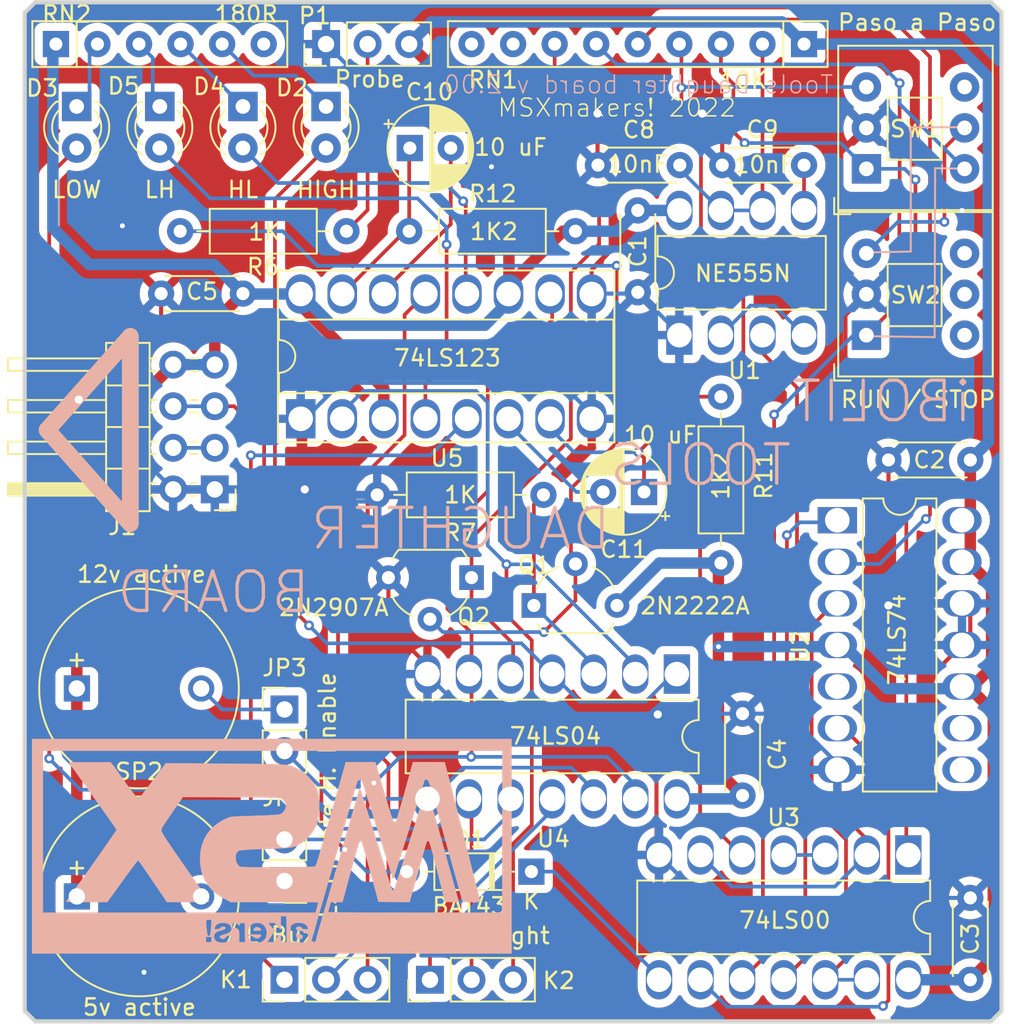
<source format=kicad_pcb>
(kicad_pcb (version 20221018) (generator pcbnew)
  (layers (0 "F.Cu" signal "Top") (31 "B.Cu" signal "Bottom") (34 "B.Paste" user) (35 "F.Paste" user) (36 "B.SilkS" user "B.Silkscreen") (37 "F.SilkS" user "F.Silkscreen") (38 "B.Mask" user) (39 "F.Mask" user) (44 "Edge.Cuts" user))
  (net 0 "")
  (net 1 "VCC")
  (net 2 "GND")
  (net 3 "Net-(RN1A-R1.2)")
  (net 4 "Net-(U1-CV)")
  (net 5 "Net-(U5A-RCext)")
  (net 6 "Net-(U5A-Cext)")
  (net 7 "Net-(U5B-RCext)")
  (net 8 "Net-(U5B-Cext)")
  (net 9 "/WAIT")
  (net 10 "Net-(D1-K)")
  (net 11 "Net-(D2-A)")
  (net 12 "Net-(D2-K)")
  (net 13 "Net-(D3-A)")
  (net 14 "Net-(D3-K)")
  (net 15 "/M1")
  (net 16 "Net-(JP2-Pad1)")
  (net 17 "Net-(JP2-Pad2)")
  (net 18 "Net-(JP3-Pad1)")
  (net 19 "Net-(JP3-Pad2)")
  (net 20 "Net-(D4-A)")
  (net 21 "Net-(D4-K)")
  (net 22 "Net-(D5-A)")
  (net 23 "Net-(D5-K)")
  (net 24 "Net-(K1-Pin_1)")
  (net 25 "Net-(K1-Pin_2)")
  (net 26 "Net-(K1-Pin_3)")
  (net 27 "Net-(K2-Pin_1)")
  (net 28 "Net-(K2-Pin_2)")
  (net 29 "Net-(K2-Pin_3)")
  (net 30 "Net-(P1-Pin_2)")
  (net 31 "Net-(Q1-E)")
  (net 32 "Net-(Q1-B)")
  (net 33 "Net-(Q2-E)")
  (net 34 "Net-(RN1B-R2.2)")
  (net 35 "Net-(RN1C-R3.2)")
  (net 36 "Net-(RN1D-R4.2)")
  (net 37 "/RUN")
  (net 40 "/~{M1}")
  (net 42 "/STEP_EN")
  (net 47 "Net-(U1-Q)")
  (net 48 "Net-(U3-Pad3)")
  (net 49 "Net-(U2A-~{R})")
  (net 50 "Net-(U2A-C)")
  (net 52 "Net-(U2A-~{Q})")
  (footprint "MSXmakers:DIP-14c_W7.62mm_LongPads" (layer "F.Cu") (at 101.4476 99.441 -90)
    (fp_text reference "U4")
    (fp_text value "74LS04")
  )
  (footprint "Capacitor_THT:C_Disc_D4.3mm_W1.9mm_P5.00mm" (layer "F.Cu") (at 119.38 86.36 180)
    (fp_text reference "C2")
    (fp_text value "100nF")
  )
  (footprint "Connector_PinHeader_2.54mm:PinHeader_1x03_P2.54mm_Vertical" (layer "F.Cu") (at 86.36 118.11 90)
    (fp_text reference "K2")
    (fp_text value "H Buz/Light")
  )
  (footprint "Button_Switch_THT:SW_Push_2P2T_Toggle_CK_PVA2OAH5xxxxxxV2" (layer "F.Cu") (at 113.03 68.58 90)
    (fp_text reference "SW1")
    (fp_text value "Paso a Paso")
  )
  (footprint "MSXmakers:DIP-14c_W7.62mm_LongPads" (layer "F.Cu") (at 115.5954 110.49 -90)
    (fp_text reference "U3")
    (fp_text value "74LS00")
  )
  (footprint "Connector_PinHeader_2.54mm:PinHeader_1x03_P2.54mm_Vertical" (layer "F.Cu") (at 80.01 60.96 90)
    (fp_text reference "P1")
    (fp_text value "Probe")
  )
  (footprint "LED_THT:LED_D3.0mm" (layer "F.Cu") (at 69.85 64.77 -90)
    (fp_text reference "D5")
    (fp_text value "LH")
  )
  (footprint "Connector_PinHeader_2.54mm:PinHeader_1x03_P2.54mm_Vertical" (layer "F.Cu") (at 77.47 118.11 90)
    (fp_text reference "K1")
    (fp_text value "L Buz/Light")
  )
  (footprint "Capacitor_THT:CP_Radial_D5.0mm_P2.50mm" (layer "F.Cu") (at 99.441 88.3158 180)
    (fp_text reference "C11")
    (fp_text value "10 uF")
  )
  (footprint "Capacitor_THT:C_Disc_D4.3mm_W1.9mm_P5.00mm" (layer "F.Cu") (at 101.6254 68.3514 180)
    (fp_text reference "C8")
    (fp_text value "10nF")
  )
  (footprint "Resistor_THT:R_Axial_DIN0207_L6.3mm_D2.5mm_P10.16mm_Horizontal" (layer "F.Cu") (at 104.14 92.6592 90)
    (fp_text reference "R11")
    (fp_text value "1K2")
  )
  (footprint "Capacitor_THT:C_Disc_D4.3mm_W1.9mm_P5.00mm" (layer "F.Cu") (at 119.38 118.11 90)
    (fp_text reference "C3")
    (fp_text value "100nF")
  )
  (footprint "Package_TO_SOT_THT:TO-92L_Wide" (layer "F.Cu") (at 88.9 93.5482 180)
    (fp_text reference "Q2")
    (fp_text value "2N2907A")
  )
  (footprint "Package_TO_SOT_THT:TO-92L_Wide" (layer "F.Cu") (at 92.71 95.25)
    (fp_text reference "Q1")
    (fp_text value "2N2222A")
  )
  (footprint "Resistor_THT:R_Axial_DIN0207_L6.3mm_D2.5mm_P10.16mm_Horizontal" (layer "F.Cu") (at 93.2942 88.4936 180)
    (fp_text reference "R7")
    (fp_text value "1K")
  )
  (footprint "Capacitor_THT:C_Disc_D4.3mm_W1.9mm_P5.00mm" (layer "F.Cu") (at 109.22 68.3514 180)
    (fp_text reference "C9")
    (fp_text value "10nF")
  )
  (footprint "Resistor_THT:R_Array_SIP9" (layer "F.Cu") (at 109.22 60.96 180)
    (fp_text reference "RN1")
    (fp_text value "10K")
  )
  (footprint "LED_THT:LED_D3.0mm" (layer "F.Cu") (at 74.93 64.77 -90)
    (fp_text reference "D4")
    (fp_text value "HL")
  )
  (footprint "Capacitor_THT:CP_Radial_D5.0mm_P2.50mm" (layer "F.Cu") (at 85.13 67.31)
    (fp_text reference "C10")
    (fp_text value "10 uF")
  )
  (footprint "Resistor_THT:R_Array_SIP6" (layer "F.Cu") (at 63.5 60.96)
    (fp_text reference "RN2")
    (fp_text value "180R")
  )
  (footprint "Buzzer_Beeper:MagneticBuzzer_ProSignal_ABI-009-RC" (layer "F.Cu") (at 64.78 100.32)
    (fp_text reference "SP2")
    (fp_text value "12v active")
  )
  (footprint "Capacitor_THT:C_Disc_D4.3mm_W1.9mm_P5.00mm" (layer "F.Cu") (at 105.4608 106.8578 90)
    (fp_text reference "C4")
    (fp_text value "100nF")
  )
  (footprint "Connector_PinHeader_2.54mm:PinHeader_1x02_P2.54mm_Vertical" (layer "F.Cu") (at 77.47 101.6)
    (fp_text reference "JP3")
    (fp_text value "H. Enable")
  )
  (footprint "MSXmakers:DIP-14c_W7.62mm_LongPads" (layer "F.Cu") (at 111.252 90.043)
    (fp_text reference "U2")
    (fp_text value "74LS74")
  )
  (footprint "Button_Switch_THT:SW_Push_2P2T_Toggle_CK_PVA2OAH5xxxxxxV2" (layer "F.Cu") (at 113.03 78.74 90)
    (fp_text reference "SW2")
    (fp_text value "RUN / STOP")
  )
  (footprint "MSXmakers:DIP-16c_W7.62mm_Socket_LongPads" (layer "F.Cu") (at 78.4606 83.8454 90)
    (fp_text reference "U5")
    (fp_text value "74LS123")
  )
  (footprint "Resistor_THT:R_Axial_DIN0207_L6.3mm_D2.5mm_P10.16mm_Horizontal" (layer "F.Cu") (at 71.0946 72.39)
    (fp_text reference "R6")
    (fp_text value "1K")
  )
  (footprint "MSXmakers:DIP-8c_W7.62mm_LongPads" (layer "F.Cu") (at 101.6 78.74 90)
    (fp_text reference "U1")
    (fp_text value "NE555N")
  )
  (footprint "Capacitor_THT:C_Disc_D4.3mm_W1.9mm_P5.00mm" (layer "F.Cu") (at 74.93 76.2 180)
    (fp_text reference "C5")
    (fp_text value "100nF")
  )
  (footprint "LED_THT:LED_D3.0mm" (layer "F.Cu") (at 80.01 64.77 -90)
    (fp_text reference "D2")
    (fp_text value "HIGH")
  )
  (footprint "Diode_THT:D_DO-35_SOD27_P7.62mm_Horizontal" (layer "F.Cu") (at 92.5576 111.506 180)
    (fp_text reference "D1")
    (fp_text value "BAT43")
  )
  (footprint "Resistor_THT:R_Axial_DIN0207_L6.3mm_D2.5mm_P10.16mm_Horizontal" (layer "F.Cu") (at 85.09 72.39)
    (fp_text reference "R12")
    (fp_text value "1K2")
  )
  (footprint "Capacitor_THT:C_Disc_D4.3mm_W1.9mm_P5.00mm" (layer "F.Cu") (at 99.06 71.12 -90)
    (fp_text reference "C1")
    (fp_text value "100nF")
  )
  (footprint "Connector_PinHeader_2.54mm:PinHeader_1x02_P2.54mm_Vertical" (layer "F.Cu") (at 77.47 112.08 180)
    (fp_text reference "JP2")
    (fp_text value "L. Enable")
  )
  (footprint "LED_THT:LED_D3.0mm" (layer "F.Cu") (at 64.77 64.77 -90)
    (fp_text reference "D3")
    (fp_text value "LOW")
  )
  (footprint "Connector_PinHeader_2.54mm:PinHeader_2x04_P2.54mm_Horizontal" (layer "F.Cu") (at 73.21 88.16 180)
    (fp_text reference "J1")
    (fp_text value "to MainBoard")
  )
  (footprint "Buzzer_Beeper:MagneticBuzzer_ProSignal_ABI-009-RC" (layer "F.Cu") (at 64.78 113.02)
    (fp_text reference "SP1")
    (fp_text value "5v active")
  )
  (footprint "MSXmakers:Logo_MSXmakers_fsilk_29x14_neg" (layer "B.Cu") (at 76.71 109.94 180)
    (fp_text reference "G***" hide)
    (fp_text value "Val**" hide)
  )
  (gr_line (start 62.9666 84.5312) (end 68.0466 78.8162) (stroke (width 1.016)) (layer "B.SilkS"))
  (gr_line (start 68.0466 90.2462) (end 62.9666 84.5312) (stroke (width 1.016)) (layer "B.SilkS"))
  (gr_line (start 68.0466 78.8162) (end 68.0466 90.2462) (stroke (width 1.016)) (layer "B.SilkS"))
  (gr_line (start 119.03 66.04) (end 115.74 66.04) (stroke (width 0.12)) (layer "B.SilkS"))
  (gr_line (start 117.2 78.86) (end 112.93 78.8) (stroke (width 0.12)) (layer "B.SilkS"))
  (gr_line (start 117.23 68.54) (end 117.2 78.86) (stroke (width 0.12)) (layer "B.SilkS"))
  (gr_line (start 118.94 68.57) (end 117.23 68.54) (stroke (width 0.12)) (layer "B.SilkS"))
  (gr_line (start 115.74 66.04) (end 115.74 73.63) (stroke (width 0.12)) (layer "B.SilkS"))
  (gr_line (start 115.74 73.63) (end 113.07 73.69) (stroke (width 0.12)) (layer "B.SilkS"))
  (gr_line (start 68.0466 90.2462) (end 68.0466 78.8162) (stroke (width 1.016)) (layer "F.SilkS"))
  (gr_line (start 62.9666 84.5312) (end 68.0466 90.2462) (stroke (width 1.016)) (layer "F.SilkS"))
  (gr_line (start 68.0466 78.8162) (end 62.9666 84.5312) (stroke (width 1.016)) (layer "F.SilkS"))
  (gr_line (start 120.65 58.41) (end 62.23 58.41) (stroke (width 0.254)) (layer "Edge.Cuts"))
  (gr_line (start 121.285 120.015) (end 121.285 59.045) (stroke (width 0.254)) (layer "Edge.Cuts"))
  (gr_line (start 62.23 58.41) (end 61.595 59.045) (stroke (width 0.254)) (layer "Edge.Cuts"))
  (gr_line (start 120.65 58.41) (end 121.285 59.045) (stroke (width 0.254)) (layer "Edge.Cuts"))
  (gr_line (start 120.65 120.65) (end 121.285 120.015) (stroke (width 0.254)) (layer "Edge.Cuts"))
  (gr_line (start 61.595 59.045) (end 61.595 120.015) (stroke (width 0.254)) (layer "Edge.Cuts"))
  (gr_line (start 62.23 120.65) (end 120.65 120.65) (stroke (width 0.254)) (layer "Edge.Cuts"))
  (gr_line (start 62.23 120.65) (end 61.595 120.015) (stroke (width 0.254)) (layer "Edge.Cuts"))
  (gr_text "iBOLIT\n      TOOLS \n            DAUGHTER \n                      BOARD" (at 119.634 81.3816) (layer "B.SilkS") (effects (font (size 2.413 2.413) (thickness 0.2032)) (justify left top mirror)))
  (gr_text "Tools Daughter board v 2.00" (at 87.12 62.8) (layer "B.SilkS") (effects (font (size 1.08585 1.08585) (thickness 0.09144)) (justify right top mirror)))
  (gr_text "MSXmakers! 2022" (at 105.1306 64.2112) (layer "F.SilkS") (effects (font (size 1.08585 1.08585) (thickness 0.09144)) (justify right top)))
  (segment (start 91.186 67.056) (end 91.186 76.2) (width 0.7) (layer "F.Cu") (net 1))
  (segment (start 120.6825 94.0125) (end 120.6825 99.0275) (width 0.7) (layer "F.Cu") (net 1))
  (segment (start 64.78 100.32) (end 64.78 113.02) (width 0.7) (layer "F.Cu") (net 1))
  (segment (start 119.38 90.17) (end 119.38 92.71) (width 0.7) (layer "F.Cu") (net 1))
  (segment (start 64.78 86.43) (end 70.67 80.54) (width 0.7) (layer "F.Cu") (net 1))
  (segment (start 85.09 60.96) (end 91.186 67.056) (width 0.7) (layer "F.Cu") (net 1))
  (segment (start 91.186 76.2) (end 91.1606 76.2254) (width 0.7) (layer "F.Cu") (net 1))
  (segment (start 120.784 116.706) (end 119.38 118.11) (width 0.7) (layer "F.Cu") (net 1))
  (segment (start 73.21 77.932) (end 73.21 80.54) (width 0.7) (layer "F.Cu") (net 1))
  (segment (start 119.38 86.36) (end 119.38 90.17) (width 0.7) (layer "F.Cu") (net 1))
  (segment (start 95.25 72.39) (end 94.49 72.39) (width 0.7) (layer "F.Cu") (net 1))
  (segment (start 104.14 92.6592) (end 103.9876 92.8116) (width 0.7) (layer "F.Cu") (net 1))
  (segment (start 119.38 100.33) (end 120.784 101.734) (width 0.7) (layer "F.Cu") (net 1))
  (segment (start 120.6825 99.0275) (end 119.38 100.33) (width 0.7) (layer "F.Cu") (net 1))
  (segment (start 103.9876 105.3846) (end 105.4608 106.8578) (width 0.7) (layer "F.Cu") (net 1))
  (segment (start 70.664 80.542) (end 64.78 86.426) (width 0.7) (layer "F.Cu") (net 1))
  (segment (start 74.93 76.2) (end 73.204 77.926) (width 0.7) (layer "F.Cu") (net 1))
  (segment (start 83.5406 83.8454) (end 83.5406 82.0006) (width 0.7) (layer "F.Cu") (net 1))
  (segment (start 94.49 72.39) (end 91.1606 75.7194) (width 0.7) (layer "F.Cu") (net 1))
  (segment (start 83.5406 82.0006) (end 78.4606 76.9206) (width 0.7) (layer "F.Cu") (net 1))
  (segment (start 64.78 100.32) (end 64.78 86.43) (width 0.7) (layer "F.Cu") (net 1))
  (segment (start 78.4606 76.9206) (end 78.4606 76.2254) (width 0.7) (layer "F.Cu") (net 1))
  (segment (start 91.1606 75.7194) (end 91.1606 76.2254) (width 0.7) (layer "F.Cu") (net 1))
  (segment (start 103.9876 92.8116) (end 103.9876 105.3846) (width 0.7) (layer "F.Cu") (net 1))
  (segment (start 73.204 77.926) (end 73.21 77.932) (width 0.7) (layer "F.Cu") (net 1))
  (segment (start 120.784 101.734) (end 120.784 116.706) (width 0.7) (layer "F.Cu") (net 1))
  (segment (start 119.38 92.71) (end 120.6825 94.0125) (width 0.7) (layer "F.Cu") (net 1))
  (via (at 103.9876 97.7646) (size 0.6) (drill 0.3) (layers "F.Cu" "B.Cu") (net 1))
  (segment (start 107.8668 59.6068) (end 109.22 60.96) (width 0.7) (layer "B.Cu") (net 1))
  (segment (start 74.93 76.2) (end 73.152 74.422) (width 0.7) (layer "B.Cu") (net 1))
  (segment (start 100.3808 92.6592) (end 97.79 95.25) (width 0.7) (layer "B.Cu") (net 1))
  (segment (start 105.2576 107.061) (end 101.4476 107.061) (width 0.7) (layer "B.Cu") (net 1))
  (segment (start 111.7346 97.7646) (end 103.9876 97.7646) (width 0.7) (layer "B.Cu") (net 1))
  (segment (start 119.38 100.33) (end 114.3 100.33) (width 0.7) (layer "B.Cu") (net 1))
  (segment (start 89.7196 78.1304) (end 91.1606 76.6894) (width 0.7) (layer "B.Cu") (net 1))
  (segment (start 118.465136 60.96) (end 120.4832 62.978064) (width 0.7) (layer "B.Cu") (net 1))
  (segment (start 73.152 74.422) (end 65.532 74.422) (width 0.7) (layer "B.Cu") (net 1))
  (segment (start 120.4832 62.978064) (end 120.4832 85.2568) (width 0.7) (layer "B.Cu") (net 1))
  (segment (start 63.3168 72.2068) (end 63.3168 61.1432) (width 0.7) (layer "B.Cu") (net 1))
  (segment (start 105.4608 106.8578) (end 105.2576 107.061) (width 0.7) (layer "B.Cu") (net 1))
  (segment (start 104.14 92.6592) (end 100.3808 92.6592) (width 0.7) (layer "B.Cu") (net 1))
  (segment (start 63.3168 61.1432) (end 63.5 60.96) (width 0.7) (layer "B.Cu") (net 1))
  (segment (start 109.22 60.96) (end 118.465136 60.96) (width 0.7) (layer "B.Cu") (net 1))
  (segment (start 74.93 76.2) (end 74.9554 76.2254) (width 0.7) (layer "B.Cu") (net 1))
  (segment (start 65.532 74.422) (end 63.3168 72.2068) (width 0.7) (layer "B.Cu") (net 1))
  (segment (start 99.06 71.12) (end 101.6 71.12) (width 0.7) (layer "B.Cu") (net 1))
  (segment (start 97.79 72.39) (end 99.06 71.12) (width 0.7) (layer "B.Cu") (net 1))
  (segment (start 91.1606 76.6894) (end 91.1606 76.2254) (width 0.7) (layer "B.Cu") (net 1))
  (segment (start 114.3 100.33) (end 111.7346 97.7646) (width 0.7) (layer "B.Cu") (net 1))
  (segment (start 119.38 118.11) (end 115.57 118.11) (width 0.7) (layer "B.Cu") (net 1))
  (segment (start 95.25 72.39) (end 97.79 72.39) (width 0.7) (layer "B.Cu") (net 1))
  (segment (start 85.09 60.96) (end 86.4432 59.6068) (width 0.7) (layer "B.Cu") (net 1))
  (segment (start 86.4432 59.6068) (end 107.8668 59.6068) (width 0.7) (layer "B.Cu") (net 1))
  (segment (start 78.4606 76.2254) (end 80.3656 78.1304) (width 0.7) (layer "B.Cu") (net 1))
  (segment (start 70.67 80.54) (end 73.21 80.54) (width 0.7) (layer "B.Cu") (net 1))
  (segment (start 120.4832 85.2568) (end 119.38 86.36) (width 0.7) (layer "B.Cu") (net 1))
  (segment (start 80.3656 78.1304) (end 89.7196 78.1304) (width 0.7) (layer "B.Cu") (net 1))
  (segment (start 74.9554 76.2254) (end 78.4606 76.2254) (width 0.7) (layer "B.Cu") (net 1))
  (segment (start 111.751 77.519) (end 113.03 76.24) (width 0.25) (layer "F.Cu") (net 2))
  (segment (start 69.93 77.644) (end 64.897 82.677) (width 0.25) (layer "F.Cu") (net 2))
  (segment (start 111.0996 74.3096) (end 111.0996 68.0104) (width 0.25) (layer "F.Cu") (net 2))
  (segment (start 119.38 113.11) (end 117.8414 111.5714) (width 0.25) (layer "F.Cu") (net 2))
  (segment (start 82.55 89.0778) (end 82.55 92.2782) (width 0.25) (layer "F.Cu") (net 2))
  (segment (start 116.7892 99.7458) (end 119.38 97.155) (width 0.25) (layer "F.Cu") (net 2))
  (segment (start 113.03 76.24) (end 111.0996 74.3096) (width 0.25) (layer "F.Cu") (net 2))
  (segment (start 119.38 97.155) (end 119.38 95.25) (width 0.25) (layer "F.Cu") (net 2))
  (segment (start 96.2406 83.5406) (end 96.2406 76.2254) (width 0.25) (layer "F.Cu") (net 2))
  (segment (start 69.93 76.2) (end 69.93 77.644) (width 0.25) (layer "F.Cu") (net 2))
  (segment (start 96.6 65.2056) (end 96.5962 65.2018) (width 0.25) (layer "F.Cu") (net 2))
  (segment (start 82.55 92.2782) (end 83.82 93.5482) (width 0.25) (layer "F.Cu") (net 2))
  (segment (start 96.2406 76.2254) (end 96.2406 74.761063) (width 0.25) (layer "F.Cu") (net 2))
  (segment (start 114.38 86.36) (end 114.38 95.2462) (width 0.25) (layer "F.Cu") (net 2))
  (segment (start 100.203 110.363) (end 100.203 101.984222) (width 0.25) (layer "F.Cu") (net 2))
  (segment (start 114.38 86.36) (end 111.751 83.731) (width 0.25) (layer "F.Cu") (net 2))
  (segment (start 111.751 83.731) (end 111.751 77.519) (width 0.25) (layer "F.Cu") (net 2))
  (segment (start 96.6254 68.3514) (end 96.6 68.326) (width 0.25) (layer "F.Cu") (net 2))
  (segment (start 114.38 95.2462) (end 114.3762 95.25) (width 0.25) (layer "F.Cu") (net 2))
  (segment (start 100.203 101.984222) (end 100.280811 101.906411) (width 0.25) (layer "F.Cu") (net 2))
  (segment (start 104.22 66.4248) (end 102.997 65.2018) (width 0.25) (layer "F.Cu") (net 2))
  (segment (start 83.1342 88.4936) (end 82.55 89.0778) (width 0.25) (layer "F.Cu") (net 2))
  (segment (start 83.82 96.52) (end 83.82 93.5482) (width 0.25) (layer "F.Cu") (net 2))
  (segment (start 100.33 110.49) (end 100.203 110.363) (width 0.25) (layer "F.Cu") (net 2))
  (segment (start 97.399999 69.125999) (end 96.6254 68.3514) (width 0.25) (layer "F.Cu") (net 2))
  (segment (start 96.52 83.82) (end 96.2406 83.5406) (width 0.25) (layer "F.Cu") (net 2))
  (segment (start 86.36 99.06) (end 83.82 96.52) (width 0.25) (layer "F.Cu") (net 2))
  (segment (start 97.399999 73.601664) (end 97.399999 69.125999) (width 0.25) (layer "F.Cu") (net 2))
  (segment (start 116.7892 108.0262) (end 116.7892 99.7458) (width 0.25) (layer "F.Cu") (net 2))
  (segment (start 111.0996 68.0104) (end 113.03 66.08) (width 0.25) (layer "F.Cu") (net 2))
  (segment (start 78.74 83.82) (end 78.74 88.129804) (width 0.25) (layer "F.Cu") (net 2))
  (segment (start 117.8414 109.0784) (end 116.7892 108.0262) (width 0.25) (layer "F.Cu") (net 2))
  (segment (start 117.8414 111.5714) (end 117.8414 109.0784) (width 0.25) (layer "F.Cu") (net 2))
  (segment (start 78.74 88.129804) (end 78.707803 88.162001) (width 0.25) (layer "F.Cu") (net 2))
  (segment (start 96.6 68.326) (end 96.6 65.2056) (width 0.25) (layer "F.Cu") (net 2))
  (segment (start 104.22 68.3514) (end 104.22 66.4248) (width 0.25) (layer "F.Cu") (net 2))
  (segment (start 96.2406 74.761063) (end 97.399999 73.601664) (width 0.25) (layer "F.Cu") (net 2))
  (via (at 114.3762 95.25) (size 1) (drill 0.5) (layers "F.Cu" "B.Cu") (net 2))
  (via (at 100.280811 101.906411) (size 1) (drill 0.5) (layers "F.Cu" "B.Cu") (net 2))
  (via (at 67.564 72.0598) (size 0.6) (drill 0.3) (layers "F.Cu" "B.Cu") (net 2))
  (via (at 96.5962 65.2018) (size 1) (drill 0.5) (layers "F.Cu" "B.Cu") (net 2))
  (via (at 68.8848 117.6528) (size 0.6) (drill 0.3) (layers "F.Cu" "B.Cu") (net 2))
  (via (at 118.872 71.12) (size 0.6) (drill 0.3) (layers "F.Cu" "B.Cu") (net 2))
  (via (at 64.897 82.677) (size 1) (drill 0.5) (layers "F.Cu" "B.Cu") (net 2))
  (via (at 90.1192 68.453) (size 0.6) (drill 0.3) (layers "F.Cu" "B.Cu") (net 2))
  (via (at 78.707803 88.162001) (size 1) (drill 0.5) (layers "F.Cu" "B.Cu") (net 2))
  (via (at 102.997 65.2018) (size 1) (drill 0.5) (layers "F.Cu" "B.Cu") (net 2))
  (segment (start 88.615323 101.906411) (end 100.280811 101.906411) (width 0.25) (layer "B.Cu") (net 2))
  (segment (start 113.03 66.08) (end 112.1518 65.2018) (width 0.25) (layer "B.Cu") (net 2))
  (segment (start 70.664 88.162) (end 73.204 88.162) (width 0.25) (layer "B.Cu") (net 2))
  (segment (start 119.38 95.25) (end 114.3762 95.25) (width 0.25) (layer "B.Cu") (net 2))
  (segment (start 94.352399 81.652399) (end 96.52 83.82) (width 0.25) (layer "B.Cu") (net 2))
  (segment (start 86.36 99.651088) (end 88.615323 101.906411) (width 0.25) (layer "B.Cu") (net 2))
  (segment (start 99.06 76.12) (end 101.6 78.66) (width 0.25) (layer "B.Cu") (net 2))
  (segment (start 83.1342 88.4936) (end 82.7278 88.9) (width 0.25) (layer "B.Cu") (net 2))
  (segment (start 100.33 110.49) (end 102.95 113.11) (width 0.25) (layer "B.Cu") (net 2))
  (segment (start 108.2078 101.8578) (end 111.76 105.41) (width 0.25) (layer "B.Cu") (net 2))
  (segment (start 78.74 83.82) (end 80.907601 81.652399) (width 0.25) (layer "B.Cu") (net 2))
  (segment (start 82.7278 88.9) (end 79.445802 88.9) (width 0.25) (layer "B.Cu") (net 2))
  (segment (start 65.179 82.677) (end 64.897 82.677) (width 0.25) (layer "B.Cu") (net 2))
  (segment (start 100.329422 101.8578) (end 100.280811 101.906411) (width 0.25) (layer "B.Cu") (net 2))
  (segment (start 105.4608 101.8578) (end 100.329422 101.8578) (width 0.25) (layer "B.Cu") (net 2))
  (segment (start 112.1518 65.2018) (end 84.2518 65.2018) (width 0.25) (layer "B.Cu") (net 2))
  (segment (start 79.445802 88.9) (end 78.707803 88.162001) (width 0.25) (layer "B.Cu") (net 2))
  (segment (start 105.4608 101.8578) (end 108.2078 101.8578) (width 0.25) (layer "B.Cu") (net 2))
  (segment (start 102.95 113.11) (end 119.38 113.11) (width 0.25) (layer "B.Cu") (net 2))
  (segment (start 70.664 88.162) (end 65.179 82.677) (width 0.25) (layer "B.Cu") (net 2))
  (segment (start 84.2518 65.2018) (end 80.01 60.96) (width 0.25) (layer "B.Cu") (net 2))
  (segment (start 73.204 88.162) (end 78.707803 88.162001) (width 0.25) (layer "B.Cu") (net 2))
  (segment (start 101.6 78.66) (end 101.6 78.74) (width 0.25) (layer "B.Cu") (net 2))
  (segment (start 86.36 99.06) (end 86.36 99.651088) (width 0.25) (layer "B.Cu") (net 2))
  (segment (start 80.907601 81.652399) (end 94.352399 81.652399) (width 0.25) (layer "B.Cu") (net 2))
  (segment (start 96.52 76.2) (end 98.98 76.2) (width 0.25) (layer "B.Cu") (net 2))
  (segment (start 98.98 76.2) (end 99.06 76.12) (width 0.25) (layer "B.Cu") (net 2))
  (segment (start 106.68 60.96) (end 106.68 71.12) (width 0.2254) (layer "F.Cu") (net 3))
  (segment (start 104.14 71.12) (end 101.6254 68.6054) (width 0.2254) (layer "B.Cu") (net 3))
  (segment (start 104.14 71.12) (end 106.68 71.12) (width 0.2254) (layer "B.Cu") (net 3))
  (segment (start 101.6254 68.6054) (end 101.6254 68.3514) (width 0.2254) (layer "B.Cu") (net 3))
  (segment (start 109.22 68.3514) (end 109.22 71.12) (width 0.2254) (layer "F.Cu") (net 4))
  (segment (start 84.836 72.39) (end 81.0006 76.2254) (width 0.2254) (layer "F.Cu") (net 5))
  (segment (start 85.09 72.39) (end 85.09 67.35) (width 0.2254) (layer "F.Cu") (net 5))
  (segment (start 85.09 72.39) (end 84.836 72.39) (width 0.2254) (layer "F.Cu") (net 5))
  (segment (start 85.09 67.35) (end 85.13 67.31) (width 0.2254) (layer "B.Cu") (net 5))
  (segment (start 87.63 67.31) (end 87.63 71.9582) (width 0.2254) (layer "F.Cu") (net 6))
  (segment (start 83.82 75.7682) (end 83.5406 76.2254) (width 0.2254) (layer "F.Cu") (net 6))
  (segment (start 87.63 71.9582) (end 83.82 75.7682) (width 0.2254) (layer "F.Cu") (net 6))
  (segment (start 104.14 82.4992) (end 102.489 82.4992) (width 0.2254) (layer "F.Cu") (net 7))
  (segment (start 102.489 82.4992) (end 99.0981 85.8901) (width 0.2254) (layer "F.Cu") (net 7))
  (segment (start 99.441 86.233) (end 99.0981 85.8901) (width 0.2254) (layer "F.Cu") (net 7))
  (segment (start 99.441 88.3158) (end 99.441 86.233) (width 0.2254) (layer "F.Cu") (net 7))
  (via (at 99.0981 85.8901) (size 0.6) (drill 0.3) (layers "F.Cu" "B.Cu") (net 7))
  (segment (start 93.98 83.82) (end 93.98 84.709) (width 0.2254) (layer "B.Cu") (net 7))
  (segment (start 95.1611 85.8901) (end 99.0981 85.8901) (width 0.2254) (layer "B.Cu") (net 7))
  (segment (start 93.98 84.709) (end 95.1611 85.8901) (width 0.2254) (layer "B.Cu") (net 7))
  (segment (start 91.44 84.455) (end 91.1606 83.8454) (width 0.2254) (layer "B.Cu") (net 8))
  (segment (start 95.3008 88.3158) (end 91.44 84.455) (width 0.2254) (layer "B.Cu") (net 8))
  (segment (start 96.941 88.3158) (end 95.3008 88.3158) (width 0.2254) (layer "B.Cu") (net 8))
  (segment (start 76.2254 84.9122) (end 76.2254 96.6216) (width 0.2254) (layer "F.Cu") (net 9))
  (segment (start 73.204 83.082) (end 74.3952 83.082) (width 0.2254) (layer "F.Cu") (net 9))
  (segment (start 79.7273 108.7341) (end 81.153 110.1598) (width 0.2254) (layer "F.Cu") (net 9))
  (segment (start 79.7273 100.1235) (end 79.7273 108.7341) (width 0.2254) (layer "F.Cu") (net 9))
  (segment (start 76.2254 96.6216) (end 79.7273 100.1235) (width 0.2254) (layer "F.Cu") (net 9))
  (segment (start 74.3952 83.082) (end 76.2254 84.9122) (width 0.2254) (layer "F.Cu") (net 9))
  (via (at 81.153 110.1598) (size 0.6) (drill 0.3) (layers "F.Cu" "B.Cu") (net 9))
  (segment (start 84.9376 111.506) (end 82.4992 111.506) (width 0.2254) (layer "B.Cu") (net 9))
  (segment (start 70.664 83.082) (end 73.204 83.082) (width 0.2254) (layer "B.Cu") (net 9))
  (segment (start 82.4992 111.506) (end 81.153 110.1598) (width 0.2254) (layer "B.Cu") (net 9))
  (segment (start 93.9292 111.506) (end 92.5576 111.506) (width 0.2254) (layer "B.Cu") (net 10))
  (segment (start 100.33 118.11) (end 100.33 117.9068) (width 0.2254) (layer "B.Cu") (net 10))
  (segment (start 100.33 117.9068) (end 93.9292 111.506) (width 0.2254) (layer "B.Cu") (net 10))
  (segment (start 75.5904 62.8904) (end 73.66 60.96) (width 0.2254) (layer "B.Cu") (net 11))
  (segment (start 78.1304 62.8904) (end 75.5904 62.8904) (width 0.2254) (layer "B.Cu") (net 11))
  (segment (start 80.01 64.77) (end 78.1304 62.8904) (width 0.2254) (layer "B.Cu") (net 11))
  (segment (start 76.8858 94.3864) (end 78.9686 96.4692) (width 0.2254) (layer "F.Cu") (net 12))
  (segment (start 76.8858 70.4342) (end 76.8858 94.3864) (width 0.2254) (layer "F.Cu") (net 12))
  (segment (start 80.01 67.31) (end 76.8858 70.4342) (width 0.2254) (layer "F.Cu") (net 12))
  (via (at 78.9686 96.4692) (size 0.6) (drill 0.3) (layers "F.Cu" "B.Cu") (net 12))
  (segment (start 101.6 99.06) (end 99.5426 101.1174) (width 0.2254) (layer "B.Cu") (net 12))
  (segment (start 95.504 101.1174) (end 91.948 97.5614) (width 0.2254) (layer "B.Cu") (net 12))
  (segment (start 80.0608 97.5614) (end 78.9686 96.4692) (width 0.2254) (layer "B.Cu") (net 12))
  (segment (start 99.5426 101.1174) (end 95.504 101.1174) (width 0.2254) (layer "B.Cu") (net 12))
  (segment (start 91.948 97.5614) (end 80.0608 97.5614) (width 0.2254) (layer "B.Cu") (net 12))
  (segment (start 65.5574 61.4426) (end 66.04 60.96) (width 0.2254) (layer "B.Cu") (net 13))
  (segment (start 65.5574 63.9826) (end 65.5574 61.4426) (width 0.2254) (layer "B.Cu") (net 13))
  (segment (start 64.77 64.77) (end 65.5574 63.9826) (width 0.2254) (layer "B.Cu") (net 13))
  (segment (start 63.0936 68.9864) (end 63.0936 104.5972) (width 0.2254) (layer "F.Cu") (net 14))
  (segment (start 64.77 67.31) (end 63.0936 68.9864) (width 0.2254) (layer "F.Cu") (net 14))
  (via (at 63.0936 104.5972) (size 0.6) (drill 0.3) (layers "F.Cu" "B.Cu") (net 14))
  (segment (start 86.741 108.8898) (end 87.503 108.1278) (width 0.2254) (layer "B.Cu") (net 14))
  (segment (start 63.0936 104.5972) (end 64.9986 106.5022) (width 0.2254) (layer "B.Cu") (net 14))
  (segment (start 87.503 106.045) (end 88.392 105.156) (width 0.2254) (layer "B.Cu") (net 14))
  (segment (start 87.503 108.1278) (end 87.503 106.045) (width 0.2254) (layer "B.Cu") (net 14))
  (segment (start 88.392 105.156) (end 94.996 105.156) (width 0.2254) (layer "B.Cu") (net 14))
  (segment (start 64.9986 106.5022) (end 77.4954 106.5022) (width 0.2254) (layer "B.Cu") (net 14))
  (segment (start 79.883 108.8898) (end 86.741 108.8898) (width 0.2254) (layer "B.Cu") (net 14))
  (segment (start 94.996 105.156) (end 96.52 106.68) (width 0.2254) (layer "B.Cu") (net 14))
  (segment (start 77.4954 106.5022) (end 79.883 108.8898) (width 0.2254) (layer "B.Cu") (net 14))
  (segment (start 73.204 85.622) (end 70.664 85.622) (width 0.2254) (layer "B.Cu") (net 15))
  (segment (start 73.32 112.08) (end 72.38 113.02) (width 0.2254) (layer "B.Cu") (net 16))
  (segment (start 77.47 112.08) (end 73.32 112.08) (width 0.2254) (layer "B.Cu") (net 16))
  (segment (start 91.44 107.7722) (end 91.44 106.68) (width 0.2254) (layer "B.Cu") (net 17))
  (segment (start 77.47 109.54) (end 89.6722 109.54) (width 0.2254) (layer "B.Cu") (net 17))
  (segment (start 89.6722 109.54) (end 91.44 107.7722) (width 0.2254) (layer "B.Cu") (net 17))
  (segment (start 73.66 101.6) (end 72.38 100.32) (width 0.2254) (layer "B.Cu") (net 18))
  (segment (start 77.47 101.6) (end 73.66 101.6) (width 0.2254) (layer "B.Cu") (net 18))
  (segment (start 80.391 107.061) (end 77.47 104.14) (width 0.2254) (layer "B.Cu") (net 19))
  (segment (start 86.2076 107.061) (end 80.391 107.061) (width 0.2254) (layer "B.Cu") (net 19))
  (segment (start 74.93 64.77) (end 71.12 60.96) (width 0.2254) (layer "B.Cu") (net 20))
  (segment (start 88.6206 76.2254) (end 88.5444 75.8444) (width 0.2254) (layer "F.Cu") (net 21))
  (segment (start 88.5444 75.8444) (end 88.5444 70.7136) (width 0.2254) (layer "F.Cu") (net 21))
  (segment (start 88.5444 70.7136) (end 88.392 70.5612) (width 0.2254) (layer "F.Cu") (net 21))
  (via (at 88.392 70.5612) (size 0.6) (drill 0.3) (layers "F.Cu" "B.Cu") (net 21))
  (segment (start 87.2744 69.4436) (end 88.392 70.5612) (width 0.2254) (layer "B.Cu") (net 21))
  (segment (start 77.0636 69.4436) (end 87.2744 69.4436) (width 0.2254) (layer "B.Cu") (net 21))
  (segment (start 74.93 67.31) (end 77.0636 69.4436) (width 0.2254) (layer "B.Cu") (net 21))
  (segment (start 68.58 60.96) (end 69.4182 61.7982) (width 0.2254) (layer "B.Cu") (net 22))
  (segment (start 69.4182 64.3382) (end 69.85 64.77) (width 0.2254) (layer "B.Cu") (net 22))
  (segment (start 69.4182 61.7982) (end 69.4182 64.3382) (width 0.2254) (layer "B.Cu") (net 22))
  (segment (start 86.0806 81.7626) (end 87.376 80.4672) (width 0.2254) (layer "F.Cu") (net 23))
  (segment (start 87.376 80.4672) (end 87.376 73.2028) (width 0.2254) (layer "F.Cu") (net 23))
  (segment (start 86.0806 83.8454) (end 86.0806 81.7626) (width 0.2254) (layer "F.Cu") (net 23))
  (via (at 87.376 73.2028) (size 0.6) (drill 0.3) (layers "F.Cu" "B.Cu") (net 23))
  (segment (start 69.85 67.31) (end 72.9234 70.3834) (width 0.2254) (layer "B.Cu") (net 23))
  (segment (start 87.376 72.1614) (end 87.376 73.2028) (width 0.2254) (layer "B.Cu") (net 23))
  (segment (start 85.598 70.3834) (end 87.376 72.1614) (width 0.2254) (layer "B.Cu") (net 23))
  (segment (start 72.9234 70.3834) (end 85.598 70.3834) (width 0.2254) (layer "B.Cu") (net 23))
  (segment (start 77.47 118.11) (end 75.4126 116.0526) (width 0.2254) (layer "F.Cu") (net 24))
  (segment (start 75.4126 116.0526) (end 75.4126 86.0806) (width 0.2254) (layer "F.Cu") (net 24))
  (via (at 75.4126 86.0806) (size 0.6) (drill 0.3) (layers "F.Cu" "B.Cu") (net 24))
  (segment (start 86.3854 86.0806) (end 75.4126 86.0806) (width 0.2254) (layer "B.Cu") (net 24))
  (segment (start 88.6206 83.8454) (end 86.3854 86.0806) (width 0.2254) (layer "B.Cu") (net 24))
  (segment (start 85.6869 115.8875) (end 93.8276 107.7468) (width 0.2254) (layer "B.Cu") (net 25))
  (segment (start 80.01 118.11) (end 82.2325 115.8875) (width 0.2254) (layer "B.Cu") (net 25))
  (segment (start 82.2325 115.8875) (end 85.6869 115.8875) (width 0.2254) (layer "B.Cu") (net 25))
  (segment (start 93.8276 107.7468) (end 93.8276 107.061) (width 0.2254) (layer "B.Cu") (net 25))
  (segment (start 82.55 118.11) (end 82.55 106.4768) (width 0.2254) (layer "F.Cu") (net 26))
  (segment (start 93.8276 76.3524) (end 93.98 76.2) (width 0.2254) (layer "F.Cu") (net 26))
  (segment (start 88.9 96.9264) (end 87.4259 95.4523) (width 0.2254) (layer "F.Cu") (net 26))
  (segment (start 88.8746 104.4956) (end 88.9 104.4702) (width 0.2254) (layer "F.Cu") (net 26))
  (segment (start 89.8906 88.265) (end 89.8906 81.7372) (width 0.2254) (layer "F.Cu") (net 26))
  (segment (start 82.55 106.4768) (end 82.931 106.0958) (width 0.2254) (layer "F.Cu") (net 26))
  (segment (start 93.8276 77.8002) (end 93.8276 76.3524) (width 0.2254) (layer "F.Cu") (net 26))
  (segment (start 87.4259 95.4523) (end 87.4259 90.7297) (width 0.2254) (layer "F.Cu") (net 26))
  (segment (start 89.8906 81.7372) (end 93.8276 77.8002) (width 0.2254) (layer "F.Cu") (net 26))
  (segment (start 87.4259 90.7297) (end 89.8906 88.265) (width 0.2254) (layer "F.Cu") (net 26))
  (segment (start 88.9 104.4702) (end 88.9 96.9264) (width 0.2254) (layer "F.Cu") (net 26))
  (via (at 88.8746 104.4956) (size 0.6) (drill 0.3) (layers "F.Cu" "B.Cu") (net 26))
  (via (at 82.931 106.0958) (size 0.6) (drill 0.3) (layers "F.Cu" "B.Cu") (net 26))
  (segment (start 98.9076 106.2228) (end 98.9076 107.061) (width 0.2254) (layer "B.Cu") (net 26))
  (segment (start 84.5312 104.4956) (end 82.931 106.0958) (width 0.2254) (layer "B.Cu") (net 26))
  (segment (start 88.8746 104.4956) (end 84.5312 104.4956) (width 0.2254) (layer "B.Cu") (net 26))
  (segment (start 88.8746 104.4956) (end 97.1804 104.4956) (width 0.2254) (layer "B.Cu") (net 26))
  (segment (start 97.1804 104.4956) (end 98.9076 106.2228) (width 0.2254) (layer "B.Cu") (net 26))
  (segment (start 84.8106 84.836) (end 84.8106 77.4954) (width 0.2254) (layer "F.Cu") (net 27))
  (segment (start 83.8217 104.9291) (end 80.742901 101.850301) (width 0.2254) (layer "F.Cu") (net 27))
  (segment (start 83.8217 113.9969) (end 83.8217 104.9291) (width 0.2254) (layer "F.Cu") (net 27))
  (segment (start 86.36 116.5352) (end 83.8217 113.9969) (width 0.2254) (layer "F.Cu") (net 27))
  (segment (start 86.36 118.11) (end 86.36 116.5352) (width 0.2254) (layer "F.Cu") (net 27))
  (segment (start 80.742901 88.903699) (end 84.8106 84.836) (width 0.2254) (layer "F.Cu") (net 27))
  (segment (start 84.8106 77.4954) (end 86.0806 76.2254) (width 0.2254) (layer "F.Cu") (net 27))
  (segment (start 80.742901 101.850301) (end 80.742901 88.903699) (width 0.2254) (layer "F.Cu") (net 27))
  (segment (start 88.9 118.11) (end 88.9 106.68) (width 0.2254) (layer "F.Cu") (net 28))
  (segment (start 92.583 108.6612) (end 92.583 97.3836) (width 0.2254) (layer "F.Cu") (net 29))
  (segment (start 91.44 118.11) (end 91.44 109.8042) (width 0.2254) (layer "F.Cu") (net 29))
  (segment (start 91.0336 95.8342) (end 91.0336 92.7354) (width 0.2254) (layer "F.Cu") (net 29))
  (segment (start 92.583 97.3836) (end 91.0336 95.8342) (width 0.2254) (layer "F.Cu") (net 29))
  (segment (start 91.44 109.8042) (end 92.583 108.6612) (width 0.2254) (layer "F.Cu") (net 29))
  (via (at 91.0336 92.7354) (size 0.6) (drill 0.3) (layers "F.Cu" "B.Cu") (net 29))
  (segment (start 89.8906 82.8548) (end 89.1794 82.1436) (width 0.2254) (layer "B.Cu") (net 29))
  (segment (start 92.7354 92.7354) (end 99.06 99.06) (width 0.2254) (layer "B.Cu") (net 29))
  (segment (start 89.1794 82.1436) (end 82.296 82.1436) (width 0.2254) (layer "B.Cu") (net 29))
  (segment (start 91.0336 92.7354) (end 92.7354 92.7354) (width 0.2254) (layer "B.Cu") (net 29))
  (segment (start 82.296 82.1436) (end 81.28 83.1596) (width 0.2254) (layer "B.Cu") (net 29))
  (segment (start 89.8906 91.5924) (end 89.8906 82.8548) (width 0.2254) (layer "B.Cu") (net 29))
  (segment (start 81.28 83.1596) (end 81.0006 83.8454) (width 0.2254) (layer "B.Cu") (net 29))
  (segment (start 91.0336 92.7354) (end 89.8906 91.5924) (width 0.2254) (layer "B.Cu") (net 29))
  (segment (start 82.55 71.0946) (end 81.2546 72.39) (width 0.2254) (layer "F.Cu") (net 30))
  (segment (start 82.55 60.96) (end 82.55 71.0946) (width 0.2254) (layer "F.Cu") (net 30))
  (segment (start 92.71 95.25) (end 92.71 89.0778) (width 0.2254) (layer "F.Cu") (net 31))
  (segment (start 92.71 89.0778) (end 93.2942 88.4936) (width 0.2254) (layer "F.Cu") (net 31))
  (segment (start 96.52 99.06) (end 92.71 95.25) (width 0.2254) (layer "B.Cu") (net 31))
  (segment (start 97.7646 74.4982) (end 97.7646 85.3186) (width 0.2254) (layer "F.Cu") (net 32))
  (segment (start 94.9739 92.4339) (end 95.25 92.71) (width 0.2254) (layer "F.Cu") (net 32))
  (segment (start 95.25 94.9452) (end 93.3196 96.8756) (width 0.2254) (layer "F.Cu") (net 32))
  (segment (start 95.25 92.71) (end 95.25 94.9452) (width 0.2254) (layer "F.Cu") (net 32))
  (segment (start 97.7646 85.3186) (end 94.9739 88.1093) (width 0.2254) (layer "F.Cu") (net 32))
  (segment (start 94.9739 88.1093) (end 94.9739 92.4339) (width 0.2254) (layer "F.Cu") (net 32))
  (via (at 97.7646 74.4982) (size 0.6) (drill 0.3) (layers "F.Cu" "B.Cu") (net 32))
  (via (at 93.3196 96.8756) (size 0.6) (drill 0.3) (layers "F.Cu" "B.Cu") (net 32))
  (segment (start 71.0946 72.39) (end 77.3684 72.39) (width 0.2254) (layer "B.Cu") (net 32))
  (segment (start 86.36 96.0882) (end 87.1474 96.8756) (width 0.2254) (layer "B.Cu") (net 32))
  (segment (start 87.1474 96.8756) (end 93.3196 96.8756) (width 0.2254) (layer "B.Cu") (net 32))
  (segment (start 77.3684 72.39) (end 79.4766 74.4982) (width 0.2254) (layer "B.Cu") (net 32))
  (segment (start 79.4766 74.4982) (end 97.7646 74.4982) (width 0.2254) (layer "B.Cu") (net 32))
  (segment (start 88.9 95.0468) (end 91.44 97.5868) (width 0.2254) (layer "F.Cu") (net 33))
  (segment (start 93.98 68.7324) (end 93.98 60.96) (width 0.2254) (layer "F.Cu") (net 33))
  (segment (start 91.44 97.5868) (end 91.44 99.06) (width 0.2254) (layer "F.Cu") (net 33))
  (segment (start 88.9 91.131879) (end 94.9706 85.061279) (width 0.2254) (layer "F.Cu") (net 33))
  (segment (start 94.9706 85.061279) (end 94.9706 74.9046) (width 0.2254) (layer "F.Cu") (net 33))
  (segment (start 96.6978 71.4502) (end 93.98 68.7324) (width 0.2254) (layer "F.Cu") (net 33))
  (segment (start 88.9 93.5482) (end 88.9 95.0468) (width 0.2254) (layer "F.Cu") (net 33))
  (segment (start 88.9 93.5482) (end 88.9 91.131879) (width 0.2254) (layer "F.Cu") (net 33))
  (segment (start 94.9706 74.9046) (end 96.6978 73.1774) (width 0.2254) (layer "F.Cu") (net 33))
  (segment (start 96.6978 73.1774) (end 96.6978 71.4502) (width 0.2254) (layer "F.Cu") (net 33))
  (segment (start 115.4684 88.9254) (end 115.4684 110.363) (width 0.2254) (layer "F.Cu") (net 34))
  (segment (start 104.902 63.3984) (end 104.902 66.3194) (width 0.2254) (layer "F.Cu") (net 34))
  (segment (start 115.4684 110.363) (end 115.5954 110.49) (width 0.2254) (layer "F.Cu") (net 34))
  (segment (start 116.0272 69.2404) (end 116.0272 88.3666) (width 0.2254) (layer "F.Cu") (net 34))
  (segment (start 104.14 62.6364) (end 104.902 63.3984) (width 0.2254) (layer "F.Cu") (net 34))
  (segment (start 116.0272 88.3666) (end 115.4684 88.9254) (width 0.2254) (layer "F.Cu") (net 34))
  (segment (start 104.902 66.3194) (end 105.5878 67.0052) (width 0.2254) (layer "F.Cu") (net 34))
  (segment (start 104.14 60.96) (end 104.14 62.6364) (width 0.2254) (layer "F.Cu") (net 34))
  (via (at 116.0272 69.2404) (size 0.6) (drill 0.3) (layers "F.Cu" "B.Cu") (net 34))
  (via (at 105.5878 67.0052) (size 0.6) (drill 0.3) (layers "F.Cu" "B.Cu") (net 34))
  (segment (start 115.3668 68.58) (end 113.03 68.58) (width 0.2254) (layer "B.Cu") (net 34))
  (segment (start 111.4552 67.0052) (end 113.03 68.58) (width 0.2254) (layer "B.Cu") (net 34))
  (segment (start 105.5878 67.0052) (end 111.4552 67.0052) (width 0.2254) (layer "B.Cu") (net 34))
  (segment (start 116.0272 69.2404) (end 115.3668 68.58) (width 0.2254) (layer "B.Cu") (net 34))
  (segment (start 101.727 63.627) (end 101.727 61.087) (width 0.2254) (layer "F.Cu") (net 35))
  (segment (start 102.87 87.8586) (end 105.5116 85.217) (width 0.2254) (layer "F.Cu") (net 35))
  (segment (start 101.727 66.3194) (end 101.727 63.627) (width 0.2254) (layer "F.Cu") (net 35))
  (segment (start 101.727 61.087) (end 101.6 60.96) (width 0.2254) (layer "F.Cu") (net 35))
  (segment (start 102.87 107.95) (end 102.87 87.8586) (width 0.2254) (layer "F.Cu") (net 35))
  (segment (start 105.41 110.49) (end 102.87 107.95) (width 0.2254) (layer "F.Cu") (net 35))
  (segment (start 102.9208 67.5132) (end 101.727 66.3194) (width 0.2254) (layer "F.Cu") (net 35))
  (segment (start 105.5116 85.217) (end 105.5116 76.0222) (width 0.2254) (layer "F.Cu") (net 35))
  (segment (start 102.9208 73.4314) (end 102.9208 67.5132) (width 0.2254) (layer "F.Cu") (net 35))
  (segment (start 105.5116 76.0222) (end 102.9208 73.4314) (width 0.2254) (layer "F.Cu") (net 35))
  (via (at 101.727 63.627) (size 0.6) (drill 0.3) (layers "F.Cu" "B.Cu") (net 35))
  (segment (start 101.774 63.58) (end 101.727 63.627) (width 0.2254) (layer "B.Cu") (net 35))
  (segment (start 113.03 63.58) (end 101.774 63.58) (width 0.2254) (layer "B.Cu") (net 35))
  (segment (start 100.5586 59.4614) (end 114.6302 59.4614) (width 0.2254) (layer "F.Cu") (net 36))
  (segment (start 114.6302 59.4614) (end 116.9162 61.7474) (width 0.2254) (layer "F.Cu") (net 36))
  (segment (start 116.9162 89.715719) (end 116.668 89.963919) (width 0.2254) (layer "F.Cu") (net 36))
  (segment (start 99.06 60.96) (end 100.5586 59.4614) (width 0.2254) (layer "F.Cu") (net 36))
  (segment (start 116.9162 61.7474) (end 116.9162 89.715719) (width 0.2254) (layer "F.Cu") (net 36))
  (via (at 116.668 89.963919) (size 0.6) (drill 0.3) (layers "F.Cu" "B.Cu") (net 36))
  (segment (start 111.76 92.71) (end 113.8428 92.71) (width 0.2254) (layer "B.Cu") (net 36))
  (segment (start 113.8428 92.71) (end 116.588881 89.963919) (width 0.2254) (layer "B.Cu") (net 36))
  (segment (start 116.588881 89.963919) (end 116.668 89.963919) (width 0.2254) (layer "B.Cu") (net 36))
  (segment (start 105.41 118.11) (end 106.7054 116.8146) (width 0.2254) (layer "F.Cu") (net 37))
  (segment (start 115.040299 76.729701) (end 115.040299 69.621875) (width 0.2254) (layer "F.Cu") (net 37))
  (segment (start 107.3912 107.8484) (end 107.3912 83.5914) (width 0.2254) (layer "F.Cu") (net 37))
  (segment (start 106.7054 116.8146) (end 106.7054 108.5342) (width 0.2254) (layer "F.Cu") (net 37))
  (segment (start 113.03 78.74) (end 115.040299 76.729701) (width 0.2254) (layer "F.Cu") (net 37))
  (segment (start 106.7054 108.5342) (end 107.3912 107.8484) (width 0.2254) (layer "F.Cu") (net 37))
  (segment (start 115.040299 69.621875) (end 115.062 69.600174) (width 0.2254) (layer "F.Cu") (net 37))
  (segment (start 115.062 69.600174) (end 115.062 63.3476) (width 0.2254) (layer "F.Cu") (net 37))
  (via (at 107.3912 83.5914) (size 0.6) (drill 0.3) (layers "F.Cu" "B.Cu") (net 37))
  (via (at 115.062 63.3476) (size 0.6) (drill 0.3) (layers "F.Cu" "B.Cu") (net 37))
  (segment (start 119.03 68.58) (end 115.062 64.612) (width 0.2254) (layer "B.Cu") (net 37))
  (segment (start 96.52 60.96) (end 97.7646 62.2046) (width 0.2254) (layer "B.Cu") (net 37))
  (segment (start 113.919 62.2046) (end 115.062 63.3476) (width 0.2254) (layer "B.Cu") (net 37))
  (segment (start 97.7646 62.2046) (end 113.919 62.2046) (width 0.2254) (layer "B.Cu") (net 37))
  (segment (start 112.2426 78.74) (end 113.03 78.74) (width 0.2254) (layer "B.Cu") (net 37))
  (segment (start 107.3912 83.5914) (end 112.2426 78.74) (width 0.2254) (layer "B.Cu") (net 37))
  (segment (start 115.062 64.612) (end 115.062 63.3476) (width 0.2254) (layer "B.Cu") (net 37))
  (segment (start 105.9434 76.9366) (end 104.14 78.74) (width 0.2254) (layer "B.Cu") (net 40))
  (segment (start 107.4166 76.9366) (end 105.9434 76.9366) (width 0.2254) (layer "B.Cu") (net 40))
  (segment (start 109.22 78.74) (end 107.4166 76.9366) (width 0.2254) (layer "B.Cu") (net 40))
  (segment (start 119.03 66.08) (end 117.8 67.31) (width 0.2254) (layer "F.Cu") (net 42))
  (segment (start 117.8 67.31) (end 117.8 71.82) (width 0.2254) (layer "F.Cu") (net 42))
  (via (at 117.8 71.82) (size 0.6) (drill 0.3) (layers "F.Cu" "B.Cu") (net 42))
  (segment (start 117.8 71.82) (end 114.95 71.82) (width 0.2254) (layer "B.Cu") (net 42))
  (segment (start 114.95 71.82) (end 113.03 73.74) (width 0.2254) (layer "B.Cu") (net 42))
  (segment (start 108.7882 81.9404) (end 108.7882 106.553) (width 0.2254) (layer "F.Cu") (net 47))
  (segment (start 106.68 79.8322) (end 108.7882 81.9404) (width 0.2254) (layer "F.Cu") (net 47))
  (segment (start 108.7882 106.553) (end 111.7854 109.5502) (width 0.2254) (layer "F.Cu") (net 47))
  (segment (start 111.7854 116.8146) (end 110.49 118.11) (width 0.2254) (layer "F.Cu") (net 47))
  (segment (start 106.68 78.74) (end 106.68 79.8322) (width 0.2254) (layer "F.Cu") (net 47))
  (segment (start 111.7854 109.5502) (end 111.7854 116.8146) (width 0.2254) (layer "F.Cu") (net 47))
  (segment (start 113.03 118.11) (end 110.49 118.11) (width 0.2254) (layer "B.Cu") (net 47))
  (segment (start 110.49 110.49) (end 107.95 110.49) (width 0.2254) (layer "B.Cu") (net 48))
  (segment (start 109.2962 116.7638) (end 109.2962 109.22) (width 0.2254) (layer "F.Cu") (net 49))
  (segment (start 107.95 118.11) (end 109.2962 116.7638) (width 0.2254) (layer "F.Cu") (net 49))
  (segment (start 108.1728 108.0966) (end 108.1728 90.9574) (width 0.2254) (layer "F.Cu") (net 49))
  (segment (start 109.2962 109.22) (end 108.1728 108.0966) (width 0.2254) (layer "F.Cu") (net 49))
  (via (at 108.1728 90.9574) (size 0.6) (drill 0.3) (layers "F.Cu" "B.Cu") (net 49))
  (segment (start 108.9602 90.17) (end 108.1728 90.9574) (width 0.2254) (layer "B.Cu") (net 49))
  (segment (start 111.76 90.17) (end 108.9602 90.17) (width 0.2254) (layer "B.Cu") (net 49))
  (segment (start 111.76 95.25) (end 110.9472 95.25) (width 0.2254) (layer "F.Cu") (net 50))
  (segment (start 110.9472 95.25) (end 109.6853 96.5119) (width 0.2254) (layer "F.Cu") (net 50))
  (segment (start 113.03 109.502172) (end 113.03 110.49) (width 0.2254) (layer "F.Cu") (net 50))
  (segment (start 109.6853 96.5119) (end 109.6853 106.157472) (width 0.2254) (layer "F.Cu") (net 50))
  (segment (start 109.6853 106.157472) (end 113.03 109.502172) (width 0.2254) (layer "F.Cu") (net 50))
  (segment (start 111.0996 112.4204) (end 104.8004 112.4204) (width 0.2254) (layer "B.Cu") (net 50))
  (segment (start 104.8004 112.4204) (end 102.87 110.49) (width 0.2254) (layer "B.Cu") (net 50))
  (segment (start 113.03 110.49) (end 111.0996 112.4204) (width 0.2254) (layer "B.Cu") (net 50))
  (segment (start 114.3762 119.38) (end 114.046 119.7102) (width 0.2254) (layer "F.Cu") (net 52))
  (segment (start 111.76 102.87) (end 114.3762 105.4862) (width 0.2254) (layer "F.Cu") (net 52))
  (segment (start 114.3762 105.4862) (end 114.3762 119.38) (width 0.2254) (layer "F.Cu") (net 52))
  (via (at 114.046 119.7102) (size 0.6) (drill 0.3) (layers "F.Cu" "B.Cu") (net 52))
  (segment (start 114.046 119.7102) (end 113.9952 119.761) (width 0.2254) (layer "B.Cu") (net 52))
  (segment (start 104.521 119.761) (end 102.87 118.11) (width 0.2254) (layer "B.Cu") (net 52))
  (segment (start 113.9952 119.761) (end 104.521 119.761) (width 0.2254) (layer "B.Cu") (net 52))
  (zone (net 2) (net_name "GND") (layers "F&B.Cu") (connect_pads (clearance 0.508)) (min_thickness 0.254) (fill yes (thermal_gap 0.508) (thermal_bridge_width 0.508))
    (polygon (pts (xy 121.412 120.8024) (xy 61.4172 120.777) (xy 61.468 58.42) (xy 61.6458 58.2676) (xy 121.412 58.293)))
  )
)
</source>
